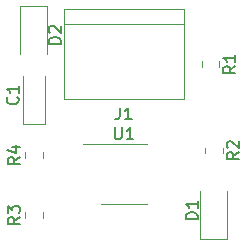
<source format=gbr>
%TF.GenerationSoftware,KiCad,Pcbnew,(6.0.10)*%
%TF.CreationDate,2023-02-16T14:38:27-08:00*%
%TF.ProjectId,lab4_ex2,6c616234-5f65-4783-922e-6b696361645f,rev?*%
%TF.SameCoordinates,Original*%
%TF.FileFunction,Legend,Top*%
%TF.FilePolarity,Positive*%
%FSLAX46Y46*%
G04 Gerber Fmt 4.6, Leading zero omitted, Abs format (unit mm)*
G04 Created by KiCad (PCBNEW (6.0.10)) date 2023-02-16 14:38:27*
%MOMM*%
%LPD*%
G01*
G04 APERTURE LIST*
%ADD10C,0.150000*%
%ADD11C,0.120000*%
G04 APERTURE END LIST*
D10*
%TO.C,R2*%
X157042380Y-102306666D02*
X156566190Y-102640000D01*
X157042380Y-102878095D02*
X156042380Y-102878095D01*
X156042380Y-102497142D01*
X156090000Y-102401904D01*
X156137619Y-102354285D01*
X156232857Y-102306666D01*
X156375714Y-102306666D01*
X156470952Y-102354285D01*
X156518571Y-102401904D01*
X156566190Y-102497142D01*
X156566190Y-102878095D01*
X156137619Y-101925714D02*
X156090000Y-101878095D01*
X156042380Y-101782857D01*
X156042380Y-101544761D01*
X156090000Y-101449523D01*
X156137619Y-101401904D01*
X156232857Y-101354285D01*
X156328095Y-101354285D01*
X156470952Y-101401904D01*
X157042380Y-101973333D01*
X157042380Y-101354285D01*
%TO.C,R4*%
X138502380Y-102706666D02*
X138026190Y-103040000D01*
X138502380Y-103278095D02*
X137502380Y-103278095D01*
X137502380Y-102897142D01*
X137550000Y-102801904D01*
X137597619Y-102754285D01*
X137692857Y-102706666D01*
X137835714Y-102706666D01*
X137930952Y-102754285D01*
X137978571Y-102801904D01*
X138026190Y-102897142D01*
X138026190Y-103278095D01*
X137835714Y-101849523D02*
X138502380Y-101849523D01*
X137454761Y-102087619D02*
X138169047Y-102325714D01*
X138169047Y-101706666D01*
%TO.C,R3*%
X138502380Y-107786666D02*
X138026190Y-108120000D01*
X138502380Y-108358095D02*
X137502380Y-108358095D01*
X137502380Y-107977142D01*
X137550000Y-107881904D01*
X137597619Y-107834285D01*
X137692857Y-107786666D01*
X137835714Y-107786666D01*
X137930952Y-107834285D01*
X137978571Y-107881904D01*
X138026190Y-107977142D01*
X138026190Y-108358095D01*
X137502380Y-107453333D02*
X137502380Y-106834285D01*
X137883333Y-107167619D01*
X137883333Y-107024761D01*
X137930952Y-106929523D01*
X137978571Y-106881904D01*
X138073809Y-106834285D01*
X138311904Y-106834285D01*
X138407142Y-106881904D01*
X138454761Y-106929523D01*
X138502380Y-107024761D01*
X138502380Y-107310476D01*
X138454761Y-107405714D01*
X138407142Y-107453333D01*
%TO.C,R1*%
X156747380Y-95005474D02*
X156271190Y-95338808D01*
X156747380Y-95576903D02*
X155747380Y-95576903D01*
X155747380Y-95195950D01*
X155795000Y-95100712D01*
X155842619Y-95053093D01*
X155937857Y-95005474D01*
X156080714Y-95005474D01*
X156175952Y-95053093D01*
X156223571Y-95100712D01*
X156271190Y-95195950D01*
X156271190Y-95576903D01*
X156747380Y-94053093D02*
X156747380Y-94624522D01*
X156747380Y-94338808D02*
X155747380Y-94338808D01*
X155890238Y-94434046D01*
X155985476Y-94529284D01*
X156033095Y-94624522D01*
%TO.C,C1*%
X138307142Y-97626666D02*
X138354761Y-97674285D01*
X138402380Y-97817142D01*
X138402380Y-97912380D01*
X138354761Y-98055238D01*
X138259523Y-98150476D01*
X138164285Y-98198095D01*
X137973809Y-98245714D01*
X137830952Y-98245714D01*
X137640476Y-98198095D01*
X137545238Y-98150476D01*
X137450000Y-98055238D01*
X137402380Y-97912380D01*
X137402380Y-97817142D01*
X137450000Y-97674285D01*
X137497619Y-97626666D01*
X138402380Y-96674285D02*
X138402380Y-97245714D01*
X138402380Y-96960000D02*
X137402380Y-96960000D01*
X137545238Y-97055238D01*
X137640476Y-97150476D01*
X137688095Y-97245714D01*
%TO.C,D1*%
X153572380Y-107958095D02*
X152572380Y-107958095D01*
X152572380Y-107720000D01*
X152620000Y-107577142D01*
X152715238Y-107481904D01*
X152810476Y-107434285D01*
X153000952Y-107386666D01*
X153143809Y-107386666D01*
X153334285Y-107434285D01*
X153429523Y-107481904D01*
X153524761Y-107577142D01*
X153572380Y-107720000D01*
X153572380Y-107958095D01*
X153572380Y-106434285D02*
X153572380Y-107005714D01*
X153572380Y-106720000D02*
X152572380Y-106720000D01*
X152715238Y-106815238D01*
X152810476Y-106910476D01*
X152858095Y-107005714D01*
%TO.C,U1*%
X146558095Y-100192380D02*
X146558095Y-101001904D01*
X146605714Y-101097142D01*
X146653333Y-101144761D01*
X146748571Y-101192380D01*
X146939047Y-101192380D01*
X147034285Y-101144761D01*
X147081904Y-101097142D01*
X147129523Y-101001904D01*
X147129523Y-100192380D01*
X148129523Y-101192380D02*
X147558095Y-101192380D01*
X147843809Y-101192380D02*
X147843809Y-100192380D01*
X147748571Y-100335238D01*
X147653333Y-100430476D01*
X147558095Y-100478095D01*
%TO.C,J1*%
X146986666Y-98512380D02*
X146986666Y-99226666D01*
X146939047Y-99369523D01*
X146843809Y-99464761D01*
X146700952Y-99512380D01*
X146605714Y-99512380D01*
X147986666Y-99512380D02*
X147415238Y-99512380D01*
X147700952Y-99512380D02*
X147700952Y-98512380D01*
X147605714Y-98655238D01*
X147510476Y-98750476D01*
X147415238Y-98798095D01*
%TO.C,D2*%
X141972380Y-93118095D02*
X140972380Y-93118095D01*
X140972380Y-92880000D01*
X141020000Y-92737142D01*
X141115238Y-92641904D01*
X141210476Y-92594285D01*
X141400952Y-92546666D01*
X141543809Y-92546666D01*
X141734285Y-92594285D01*
X141829523Y-92641904D01*
X141924761Y-92737142D01*
X141972380Y-92880000D01*
X141972380Y-93118095D01*
X141067619Y-92165714D02*
X141020000Y-92118095D01*
X140972380Y-92022857D01*
X140972380Y-91784761D01*
X141020000Y-91689523D01*
X141067619Y-91641904D01*
X141162857Y-91594285D01*
X141258095Y-91594285D01*
X141400952Y-91641904D01*
X141972380Y-92213333D01*
X141972380Y-91594285D01*
D11*
%TO.C,R2*%
X154205000Y-101912936D02*
X154205000Y-102367064D01*
X155675000Y-101912936D02*
X155675000Y-102367064D01*
%TO.C,R4*%
X138965000Y-102767064D02*
X138965000Y-102312936D01*
X140435000Y-102767064D02*
X140435000Y-102312936D01*
%TO.C,R3*%
X140435000Y-107847064D02*
X140435000Y-107392936D01*
X138965000Y-107847064D02*
X138965000Y-107392936D01*
%TO.C,R1*%
X155380000Y-94611744D02*
X155380000Y-95065872D01*
X153910000Y-94611744D02*
X153910000Y-95065872D01*
%TO.C,C1*%
X138765000Y-99945000D02*
X140635000Y-99945000D01*
X140635000Y-99945000D02*
X140635000Y-95860000D01*
X138765000Y-95860000D02*
X138765000Y-99945000D01*
%TO.C,D1*%
X153805000Y-105620000D02*
X153805000Y-109680000D01*
X156075000Y-109680000D02*
X156075000Y-105620000D01*
X153805000Y-109680000D02*
X156075000Y-109680000D01*
%TO.C,U1*%
X147320000Y-106700000D02*
X145370000Y-106700000D01*
X147320000Y-101580000D02*
X149270000Y-101580000D01*
X147320000Y-101580000D02*
X143870000Y-101580000D01*
X147320000Y-106700000D02*
X149270000Y-106700000D01*
%TO.C,J1*%
X142240000Y-91440000D02*
X152400000Y-91440000D01*
X142240000Y-90170000D02*
X142240000Y-97790000D01*
X152400000Y-97790000D02*
X152400000Y-90170000D01*
X142240000Y-97790000D02*
X152400000Y-97790000D01*
X152400000Y-90170000D02*
X142240000Y-90170000D01*
%TO.C,D2*%
X138565000Y-89920000D02*
X138565000Y-93980000D01*
X140835000Y-89920000D02*
X138565000Y-89920000D01*
X140835000Y-93980000D02*
X140835000Y-89920000D01*
%TD*%
M02*

</source>
